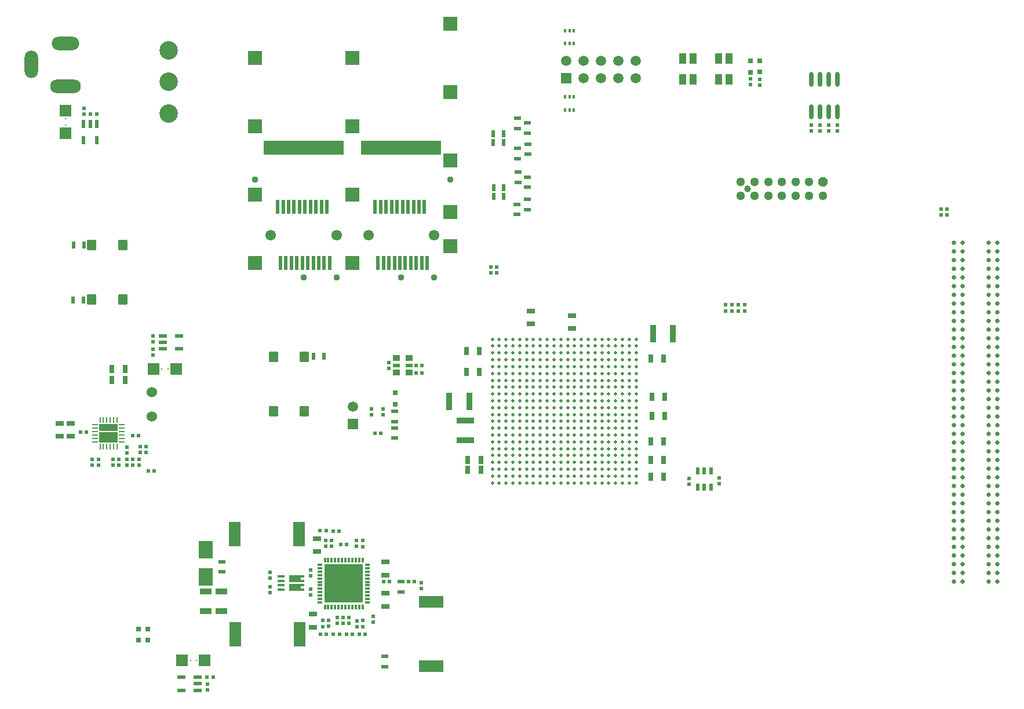
<source format=gbr>
G04 Layer_Color=255*
%FSLAX45Y45*%
%MOMM*%
%TF.FileFunction,Pads,Top*%
%TF.Part,Single*%
G01*
G75*
%TA.AperFunction,BGAPad,CuDef*%
%ADD12C,0.50000*%
%ADD13C,0.63500*%
%TA.AperFunction,SMDPad,CuDef*%
%ADD14R,1.00000X0.60000*%
%ADD15R,0.60000X1.00000*%
%ADD16R,0.42000X0.60000*%
%ADD17O,0.42000X0.60000*%
%ADD18R,0.60000X0.55000*%
%ADD19R,0.60000X1.10000*%
%ADD20R,0.55000X0.60000*%
%ADD21R,0.80000X0.80000*%
G04:AMPARAMS|DCode=22|XSize=1.55mm|YSize=1.3mm|CornerRadius=0.0975mm|HoleSize=0mm|Usage=FLASHONLY|Rotation=90.000|XOffset=0mm|YOffset=0mm|HoleType=Round|Shape=RoundedRectangle|*
%AMROUNDEDRECTD22*
21,1,1.55000,1.10500,0,0,90.0*
21,1,1.35500,1.30000,0,0,90.0*
1,1,0.19500,0.55250,0.67750*
1,1,0.19500,0.55250,-0.67750*
1,1,0.19500,-0.55250,-0.67750*
1,1,0.19500,-0.55250,0.67750*
%
%ADD22ROUNDEDRECTD22*%
%ADD23R,0.70000X1.30000*%
%ADD24R,0.50000X2.00000*%
%ADD25R,0.90000X2.60000*%
%ADD26R,1.10000X1.50000*%
%ADD27R,1.00000X0.90000*%
%ADD28R,1.00000X0.50000*%
%ADD29R,1.30000X0.70000*%
%ADD30R,1.70000X0.90000*%
%ADD31R,0.76000X0.40500*%
%ADD32R,0.99000X0.40500*%
%ADD33R,1.72500X0.99000*%
%ADD34O,0.60000X2.20000*%
%ADD35R,3.56000X1.78000*%
%ADD36R,2.00000X2.50000*%
%ADD37R,1.78000X3.56000*%
%ADD38R,2.60000X0.90000*%
%TA.AperFunction,SMDPad,SMDef*%
%ADD39R,5.60000X5.60000*%
%TA.AperFunction,SMDPad,CuDef*%
%ADD40R,0.30000X0.75480*%
%ADD41R,0.75480X0.30000*%
%ADD42R,1.30000X0.55000*%
%ADD43R,1.70000X1.80000*%
%ADD44R,0.25400X0.25400*%
%ADD45R,1.80000X1.70000*%
%ADD46R,0.25400X0.25400*%
%ADD47R,0.55000X1.30000*%
%ADD48R,0.80480X0.25000*%
%ADD49R,0.25000X0.80480*%
%ADD50R,2.70000X1.50000*%
%ADD51R,2.70000X1.05000*%
%TA.AperFunction,ConnectorPad*%
%ADD52R,11.80000X2.00000*%
%TA.AperFunction,ComponentPad*%
%ADD75C,1.00000*%
%ADD76C,1.30000*%
G04:AMPARAMS|DCode=77|XSize=1.3mm|YSize=1.3mm|CornerRadius=0mm|HoleSize=0mm|Usage=FLASHONLY|Rotation=180.000|XOffset=0mm|YOffset=0mm|HoleType=Round|Shape=Octagon|*
%AMOCTAGOND77*
4,1,8,-0.65000,0.32500,-0.65000,-0.32500,-0.32500,-0.65000,0.32500,-0.65000,0.65000,-0.32500,0.65000,0.32500,0.32500,0.65000,-0.32500,0.65000,-0.65000,0.32500,0.0*
%
%ADD77OCTAGOND77*%

%ADD78C,1.50000*%
%ADD79C,1.50000*%
%TA.AperFunction,SMDPad,CuDef*%
%ADD80O,2.00000X4.00000*%
%ADD81O,4.00000X2.00000*%
%ADD82O,4.50000X2.00000*%
%TA.AperFunction,ComponentPad*%
%ADD83R,1.50000X1.50000*%
%ADD84R,1.50000X1.50000*%
%ADD85C,2.70000*%
%ADD86C,1.52400*%
%ADD87C,1.55000*%
%ADD88C,0.95000*%
%ADD89R,2.00000X2.00000*%
D12*
X9594100Y9050060D02*
D03*
Y9150060D02*
D03*
Y7050060D02*
D03*
Y7150060D02*
D03*
X8894100Y7550060D02*
D03*
Y7650060D02*
D03*
Y7750060D02*
D03*
Y7850060D02*
D03*
Y7050060D02*
D03*
Y7150060D02*
D03*
Y8050060D02*
D03*
Y8150060D02*
D03*
Y9050060D02*
D03*
Y9150060D02*
D03*
X9394100Y7250060D02*
D03*
X8894100Y8250060D02*
D03*
Y8350060D02*
D03*
Y7250060D02*
D03*
Y7350060D02*
D03*
X9394100Y9050060D02*
D03*
Y9150060D02*
D03*
X8994100Y7450060D02*
D03*
Y7550060D02*
D03*
X8894100Y8550060D02*
D03*
Y8650060D02*
D03*
X8994100Y7050060D02*
D03*
X9194100Y9050060D02*
D03*
Y9150060D02*
D03*
X10994100Y7050060D02*
D03*
X10894100D02*
D03*
X10794100D02*
D03*
X10694100D02*
D03*
X10594100D02*
D03*
X10494100D02*
D03*
X10394100D02*
D03*
X10294100D02*
D03*
X10194100D02*
D03*
X10094100D02*
D03*
X9994100D02*
D03*
X9894100D02*
D03*
X9794100D02*
D03*
X9694100D02*
D03*
X9494100D02*
D03*
X9394100D02*
D03*
X9294100D02*
D03*
X9194100D02*
D03*
X9094100D02*
D03*
X10994100Y7150060D02*
D03*
X10894100D02*
D03*
X10794100D02*
D03*
X10694100D02*
D03*
X10594100D02*
D03*
X10494100D02*
D03*
X10394100D02*
D03*
X10294100D02*
D03*
X10194100D02*
D03*
X10094100D02*
D03*
X9994100D02*
D03*
X9894100D02*
D03*
X9794100D02*
D03*
X9694100D02*
D03*
X9494100D02*
D03*
X9394100D02*
D03*
X9294100D02*
D03*
X9194100D02*
D03*
X9094100D02*
D03*
X8994100D02*
D03*
X10994100Y7250060D02*
D03*
X10894100D02*
D03*
X10794100D02*
D03*
X10694100D02*
D03*
X10594100D02*
D03*
X10494100D02*
D03*
X10394100D02*
D03*
X10294100D02*
D03*
X10194100D02*
D03*
X10094100D02*
D03*
X9994100D02*
D03*
X9894100D02*
D03*
X9794100D02*
D03*
X9694100D02*
D03*
X9594100D02*
D03*
X9494100D02*
D03*
X9294100D02*
D03*
X9194100D02*
D03*
X9094100D02*
D03*
X8994100D02*
D03*
X10994100Y7350060D02*
D03*
X10894100D02*
D03*
X10794100D02*
D03*
X10694100D02*
D03*
X10594100D02*
D03*
X10494100D02*
D03*
X10394100D02*
D03*
X10294100D02*
D03*
X10194100D02*
D03*
X10094100D02*
D03*
X9994100D02*
D03*
X9894100D02*
D03*
X9794100D02*
D03*
X9694100D02*
D03*
X9594100D02*
D03*
X9494100D02*
D03*
X9394100D02*
D03*
X9294100D02*
D03*
X9194100D02*
D03*
X9094100D02*
D03*
X8994100D02*
D03*
X10994100Y7450060D02*
D03*
X10894100D02*
D03*
X10794100D02*
D03*
X10694100D02*
D03*
X10594100D02*
D03*
X10494100D02*
D03*
X10394100D02*
D03*
X10294100D02*
D03*
X10194100D02*
D03*
X10094100D02*
D03*
X9994100D02*
D03*
X9894100D02*
D03*
X9794100D02*
D03*
X9694100D02*
D03*
X9594100D02*
D03*
X9494100D02*
D03*
X9394100D02*
D03*
X9194100D02*
D03*
X9094100D02*
D03*
X8894100D02*
D03*
X10994100Y7550060D02*
D03*
X10894100D02*
D03*
X10794100D02*
D03*
X10694100D02*
D03*
X10594100D02*
D03*
X10494100D02*
D03*
X10394100D02*
D03*
X10294100D02*
D03*
X10194100D02*
D03*
X10094100D02*
D03*
X9994100D02*
D03*
X9894100D02*
D03*
X9794100D02*
D03*
X9694100D02*
D03*
X9594100D02*
D03*
X9494100D02*
D03*
X9294100D02*
D03*
X9194100D02*
D03*
X9094100D02*
D03*
X10994100Y7650060D02*
D03*
X10894100D02*
D03*
X10794100D02*
D03*
X10694100D02*
D03*
X10594100D02*
D03*
X10494100D02*
D03*
X10394100D02*
D03*
X10294100D02*
D03*
X10194100D02*
D03*
X10094100D02*
D03*
X9994100D02*
D03*
X9894100D02*
D03*
X9794100D02*
D03*
X9694100D02*
D03*
X9594100D02*
D03*
X9494100D02*
D03*
X9394100D02*
D03*
X9294100D02*
D03*
X9194100D02*
D03*
X9094100D02*
D03*
X8994100D02*
D03*
X10994100Y7750060D02*
D03*
X10894100D02*
D03*
X10794100D02*
D03*
X10694100D02*
D03*
X10594100D02*
D03*
X10494100D02*
D03*
X10394100D02*
D03*
X10294100D02*
D03*
X10194100D02*
D03*
X10094100D02*
D03*
X9994100D02*
D03*
X9894100D02*
D03*
X9794100D02*
D03*
X9694100D02*
D03*
X9594100D02*
D03*
X9494100D02*
D03*
X9394100D02*
D03*
X9294100D02*
D03*
X9194100D02*
D03*
X9094100D02*
D03*
X8994100D02*
D03*
X10994100Y7850060D02*
D03*
X10894100D02*
D03*
X10794100D02*
D03*
X10694100D02*
D03*
X10594100D02*
D03*
X10494100D02*
D03*
X10394100D02*
D03*
X10294100D02*
D03*
X10194100D02*
D03*
X10094100D02*
D03*
X9994100D02*
D03*
X9894100D02*
D03*
X9794100D02*
D03*
X9694100D02*
D03*
X9594100D02*
D03*
X9494100D02*
D03*
X9394100D02*
D03*
X9294100D02*
D03*
X9194100D02*
D03*
X9094100D02*
D03*
X8994100D02*
D03*
X10994100Y7950060D02*
D03*
X10894100D02*
D03*
X10794100D02*
D03*
X10694100D02*
D03*
X10594100D02*
D03*
X10494100D02*
D03*
X10394100D02*
D03*
X10294100D02*
D03*
X10194100D02*
D03*
X10094100D02*
D03*
X9994100D02*
D03*
X9894100D02*
D03*
X9794100D02*
D03*
X9694100D02*
D03*
X9594100D02*
D03*
X9494100D02*
D03*
X9394100D02*
D03*
X9294100D02*
D03*
X9194100D02*
D03*
X9094100D02*
D03*
X8994100D02*
D03*
X8894100D02*
D03*
X10994100Y8050060D02*
D03*
X10894100D02*
D03*
X10794100D02*
D03*
X10694100D02*
D03*
X10594100D02*
D03*
X10494100D02*
D03*
X10394100D02*
D03*
X10294100D02*
D03*
X10194100D02*
D03*
X10094100D02*
D03*
X9994100D02*
D03*
X9894100D02*
D03*
X9794100D02*
D03*
X9694100D02*
D03*
X9594100D02*
D03*
X9494100D02*
D03*
X9394100D02*
D03*
X9294100D02*
D03*
X9194100D02*
D03*
X9094100D02*
D03*
X8994100D02*
D03*
X10994100Y8150060D02*
D03*
X10894100D02*
D03*
X10794100D02*
D03*
X10694100D02*
D03*
X10594100D02*
D03*
X10494100D02*
D03*
X10394100D02*
D03*
X10294100D02*
D03*
X10194100D02*
D03*
X10094100D02*
D03*
X9994100D02*
D03*
X9894100D02*
D03*
X9794100D02*
D03*
X9694100D02*
D03*
X9594100D02*
D03*
X9494100D02*
D03*
X9394100D02*
D03*
X9294100D02*
D03*
X9194100D02*
D03*
X9094100D02*
D03*
X8994100D02*
D03*
X10994100Y8250060D02*
D03*
X10894100D02*
D03*
X10794100D02*
D03*
X10694100D02*
D03*
X10594100D02*
D03*
X10494100D02*
D03*
X10394100D02*
D03*
X10294100D02*
D03*
X10194100D02*
D03*
X10094100D02*
D03*
X9994100D02*
D03*
X9894100D02*
D03*
X9794100D02*
D03*
X9694100D02*
D03*
X9594100D02*
D03*
X9494100D02*
D03*
X9394100D02*
D03*
X9294100D02*
D03*
X9194100D02*
D03*
X9094100D02*
D03*
X8994100D02*
D03*
X10994100Y8350060D02*
D03*
X10894100D02*
D03*
X10794100D02*
D03*
X10694100D02*
D03*
X10594100D02*
D03*
X10494100D02*
D03*
X10394100D02*
D03*
X10294100D02*
D03*
X10194100D02*
D03*
X10094100D02*
D03*
X9994100D02*
D03*
X9894100D02*
D03*
X9794100D02*
D03*
X9694100D02*
D03*
X9594100D02*
D03*
X9494100D02*
D03*
X9394100D02*
D03*
X9294100D02*
D03*
X9194100D02*
D03*
X9094100D02*
D03*
X8994100D02*
D03*
X10994100Y8450060D02*
D03*
X10894100D02*
D03*
X10794100D02*
D03*
X10694100D02*
D03*
X10594100D02*
D03*
X10494100D02*
D03*
X10394100D02*
D03*
X10294100D02*
D03*
X10194100D02*
D03*
X10094100D02*
D03*
X9994100D02*
D03*
X9894100D02*
D03*
X9794100D02*
D03*
X9694100D02*
D03*
X9594100D02*
D03*
X9494100D02*
D03*
X9394100D02*
D03*
X9294100D02*
D03*
X9194100D02*
D03*
X9094100D02*
D03*
X8994100D02*
D03*
X8894100D02*
D03*
X10994100Y8550060D02*
D03*
X10894100D02*
D03*
X10794100D02*
D03*
X10694100D02*
D03*
X10594100D02*
D03*
X10494100D02*
D03*
X10394100D02*
D03*
X10294100D02*
D03*
X10194100D02*
D03*
X10094100D02*
D03*
X9994100D02*
D03*
X9894100D02*
D03*
X9794100D02*
D03*
X9694100D02*
D03*
X9594100D02*
D03*
X9494100D02*
D03*
X9394100D02*
D03*
X9294100D02*
D03*
X9194100D02*
D03*
X9094100D02*
D03*
X8994100D02*
D03*
X10994100Y8650060D02*
D03*
X10894100D02*
D03*
X10794100D02*
D03*
X10694100D02*
D03*
X10594100D02*
D03*
X10494100D02*
D03*
X10394100D02*
D03*
X10294100D02*
D03*
X10194100D02*
D03*
X10094100D02*
D03*
X9994100D02*
D03*
X9894100D02*
D03*
X9794100D02*
D03*
X9694100D02*
D03*
X9594100D02*
D03*
X9494100D02*
D03*
X9394100D02*
D03*
X9294100D02*
D03*
X9194100D02*
D03*
X9094100D02*
D03*
X8994100D02*
D03*
X10994100Y8750060D02*
D03*
X10894100D02*
D03*
X10794100D02*
D03*
X10694100D02*
D03*
X10594100D02*
D03*
X10494100D02*
D03*
X10394100D02*
D03*
X10294100D02*
D03*
X10194100D02*
D03*
X10094100D02*
D03*
X9994100D02*
D03*
X9894100D02*
D03*
X9794100D02*
D03*
X9694100D02*
D03*
X9594100D02*
D03*
X9494100D02*
D03*
X9394100D02*
D03*
X9294100D02*
D03*
X9194100D02*
D03*
X9094100D02*
D03*
X8994100D02*
D03*
X10994100Y8850060D02*
D03*
X10894100D02*
D03*
X10794100D02*
D03*
X10694100D02*
D03*
X10594100D02*
D03*
X10494100D02*
D03*
X10394100D02*
D03*
X10294100D02*
D03*
X10194100D02*
D03*
X10094100D02*
D03*
X9994100D02*
D03*
X9894100D02*
D03*
X9794100D02*
D03*
X9694100D02*
D03*
X9594100D02*
D03*
X9494100D02*
D03*
X9394100D02*
D03*
X9294100D02*
D03*
X9194100D02*
D03*
X9094100D02*
D03*
X8994100D02*
D03*
X10994100Y8950060D02*
D03*
X10894100D02*
D03*
X10794100D02*
D03*
X10694100D02*
D03*
X10594100D02*
D03*
X10494100D02*
D03*
X10394100D02*
D03*
X10294100D02*
D03*
X10194100D02*
D03*
X10094100D02*
D03*
X9994100D02*
D03*
X9894100D02*
D03*
X9794100D02*
D03*
X9694100D02*
D03*
X9594100D02*
D03*
X9494100D02*
D03*
X9394100D02*
D03*
X9294100D02*
D03*
X9194100D02*
D03*
X9094100D02*
D03*
X8994100D02*
D03*
X8894100D02*
D03*
X10994100Y9050060D02*
D03*
X10894100D02*
D03*
X10794100D02*
D03*
X10694100D02*
D03*
X10594100D02*
D03*
X10494100D02*
D03*
X10394100D02*
D03*
X10294100D02*
D03*
X10194100D02*
D03*
X10094100D02*
D03*
X9994100D02*
D03*
X9894100D02*
D03*
X9794100D02*
D03*
X9694100D02*
D03*
X9494100D02*
D03*
X9294100D02*
D03*
X9094100D02*
D03*
X8994100D02*
D03*
X10994100Y9150060D02*
D03*
X10894100D02*
D03*
X10794100D02*
D03*
X10694100D02*
D03*
X10594100D02*
D03*
X10494100D02*
D03*
X10394100D02*
D03*
X10294100D02*
D03*
X10194100D02*
D03*
X10094100D02*
D03*
X9994100D02*
D03*
X9894100D02*
D03*
X9794100D02*
D03*
X9694100D02*
D03*
X9494100D02*
D03*
X9294100D02*
D03*
X9094100D02*
D03*
X8994100D02*
D03*
X9394100Y7550060D02*
D03*
X9294100Y7450060D02*
D03*
X8894100Y8850060D02*
D03*
Y8750060D02*
D03*
D13*
X15636240Y8531860D02*
D03*
Y8658860D02*
D03*
Y8150860D02*
D03*
Y8277860D02*
D03*
Y9293860D02*
D03*
Y9420860D02*
D03*
Y6626860D02*
D03*
Y6753860D02*
D03*
Y7769860D02*
D03*
Y7896860D02*
D03*
X16271240Y7261860D02*
D03*
Y7388860D02*
D03*
Y7769860D02*
D03*
Y7896860D02*
D03*
X16144240Y8150860D02*
D03*
X15636240Y5864860D02*
D03*
Y5991860D02*
D03*
Y6245860D02*
D03*
Y6372860D02*
D03*
Y10055860D02*
D03*
Y10182860D02*
D03*
X16271240Y10563860D02*
D03*
X16144240D02*
D03*
X15763240D02*
D03*
X15636240D02*
D03*
Y10436860D02*
D03*
X16271240D02*
D03*
X16144240D02*
D03*
X15636240Y10309860D02*
D03*
X16271240D02*
D03*
X16144240D02*
D03*
X15763240Y10182860D02*
D03*
X16271240D02*
D03*
X15763240Y10055860D02*
D03*
X16271240D02*
D03*
X15636240Y9928860D02*
D03*
X16144240D02*
D03*
Y9801860D02*
D03*
X15763240Y9674860D02*
D03*
X16271240D02*
D03*
X16144240D02*
D03*
X15763240Y9547860D02*
D03*
X15636240D02*
D03*
X16271240D02*
D03*
X16144240D02*
D03*
X15763240Y9420860D02*
D03*
X16144240D02*
D03*
X15763240Y9293860D02*
D03*
X16144240D02*
D03*
X15636240Y9166860D02*
D03*
X16271240D02*
D03*
X16144240D02*
D03*
X16271240Y9039860D02*
D03*
X16144240D02*
D03*
X15763240Y8912860D02*
D03*
Y8785860D02*
D03*
X15636240D02*
D03*
X15763240Y8658860D02*
D03*
X16271240D02*
D03*
X16144240D02*
D03*
X15763240Y8531860D02*
D03*
X16271240D02*
D03*
X16144240D02*
D03*
X15763240Y8404860D02*
D03*
X15636240D02*
D03*
X16271240D02*
D03*
X16144240D02*
D03*
X15763240Y8277860D02*
D03*
X16271240D02*
D03*
X16144240D02*
D03*
X15763240Y8150860D02*
D03*
X16271240D02*
D03*
X15763240Y8023860D02*
D03*
X15636240D02*
D03*
X16271240D02*
D03*
X16144240D02*
D03*
X15763240Y7896860D02*
D03*
X16144240D02*
D03*
X15763240Y7769860D02*
D03*
X16144240D02*
D03*
X15763240Y7642860D02*
D03*
X15636240D02*
D03*
X16271240D02*
D03*
X16144240D02*
D03*
X15763240Y7515860D02*
D03*
X16271240D02*
D03*
X16144240D02*
D03*
X15763240Y7388860D02*
D03*
Y7261860D02*
D03*
X15636240D02*
D03*
X15763240Y7134860D02*
D03*
X16271240D02*
D03*
X16144240D02*
D03*
X15763240Y7007860D02*
D03*
X16271240D02*
D03*
X16144240D02*
D03*
X15763240Y6880860D02*
D03*
X15636240D02*
D03*
X16271240D02*
D03*
X16144240D02*
D03*
X15763240Y6753860D02*
D03*
X16271240D02*
D03*
X16144240D02*
D03*
X15763240Y6626860D02*
D03*
X16271240D02*
D03*
X16144240D02*
D03*
X15763240Y6499860D02*
D03*
X15636240D02*
D03*
X16271240D02*
D03*
X16144240D02*
D03*
X15763240Y6372860D02*
D03*
X16271240D02*
D03*
X16144240D02*
D03*
X15763240Y6245860D02*
D03*
X16271240D02*
D03*
X16144240D02*
D03*
X15636240Y6118860D02*
D03*
X16271240D02*
D03*
X16144240D02*
D03*
X16271240Y5991860D02*
D03*
X16144240D02*
D03*
X15763240Y5864860D02*
D03*
X16271240D02*
D03*
X16144240D02*
D03*
X15763240Y5737860D02*
D03*
X15636240D02*
D03*
X16271240D02*
D03*
X16144240D02*
D03*
X15763240Y5610860D02*
D03*
X15636240D02*
D03*
X16271240D02*
D03*
X16144240D02*
D03*
X15636240Y9801860D02*
D03*
Y9674860D02*
D03*
Y9039860D02*
D03*
Y8912860D02*
D03*
Y7515860D02*
D03*
Y7388860D02*
D03*
Y7134860D02*
D03*
Y7007860D02*
D03*
X16144240Y8912860D02*
D03*
Y8785860D02*
D03*
Y7388860D02*
D03*
Y7261860D02*
D03*
X15763240Y10436860D02*
D03*
Y10309860D02*
D03*
X16271240Y9928860D02*
D03*
Y9801860D02*
D03*
X15763240Y9928860D02*
D03*
Y9801860D02*
D03*
X16271240Y8912860D02*
D03*
Y8785860D02*
D03*
Y9293860D02*
D03*
Y9420860D02*
D03*
X15763240Y9166860D02*
D03*
Y9039860D02*
D03*
Y6118860D02*
D03*
Y5991860D02*
D03*
X16144240Y10182860D02*
D03*
Y10055860D02*
D03*
D14*
X9415780Y12002840D02*
D03*
Y11852840D02*
D03*
X9263380Y11941880D02*
D03*
Y11791880D02*
D03*
X9405620Y11370240D02*
D03*
Y11520240D02*
D03*
X9408160Y11195120D02*
D03*
Y11045120D02*
D03*
X9258300Y12228760D02*
D03*
Y12378760D02*
D03*
X9405620Y12162720D02*
D03*
Y12312720D02*
D03*
X7470140Y7946320D02*
D03*
Y8096320D02*
D03*
Y7705020D02*
D03*
Y7855020D02*
D03*
X7322020Y4512380D02*
D03*
Y4362380D02*
D03*
X7555700Y5607120D02*
D03*
Y5457120D02*
D03*
X4942040Y5749220D02*
D03*
Y5899220D02*
D03*
X9253220Y11124000D02*
D03*
Y10974000D02*
D03*
X9265920Y11441360D02*
D03*
Y11591360D02*
D03*
D15*
X9061520Y11363960D02*
D03*
X8911520Y11363960D02*
D03*
X9058980Y12148820D02*
D03*
X8908980D02*
D03*
X2917260Y9725660D02*
D03*
X2767260D02*
D03*
X2774880Y10525760D02*
D03*
X2924880D02*
D03*
X6280080Y8900160D02*
D03*
X6430080D02*
D03*
X9058980Y12029440D02*
D03*
X8908980D02*
D03*
X9061520Y11236960D02*
D03*
X8911520D02*
D03*
D16*
X9957260Y13470120D02*
D03*
X10019260D02*
D03*
X10081260D02*
D03*
X9957260Y13660120D02*
D03*
X10019260D02*
D03*
X10081259Y12691880D02*
D03*
X10019259D02*
D03*
X9957259D02*
D03*
X10081259Y12501880D02*
D03*
X10019259D02*
D03*
D17*
X10081260Y13660120D02*
D03*
X9957259Y12501880D02*
D03*
D18*
X15536501Y10965180D02*
D03*
X15451500D02*
D03*
X15536501Y11051540D02*
D03*
X15451500D02*
D03*
X4726840Y4211320D02*
D03*
X4814540D02*
D03*
X3110980Y12438120D02*
D03*
X3023280D02*
D03*
X3868940Y7223760D02*
D03*
X3956640D02*
D03*
X7780700Y8768080D02*
D03*
X7865700D02*
D03*
X7780700Y8658860D02*
D03*
X7865700D02*
D03*
X7392319Y5606500D02*
D03*
X7307319D02*
D03*
X2877500Y7790000D02*
D03*
X2962500D02*
D03*
X3832180Y7584180D02*
D03*
X3747180D02*
D03*
X3727240Y7741660D02*
D03*
X3642240D02*
D03*
X6660159Y4839420D02*
D03*
X6572459D02*
D03*
X6469659D02*
D03*
X6381959D02*
D03*
X6375920Y6350000D02*
D03*
X6463620D02*
D03*
X6566420Y6347460D02*
D03*
X6654120D02*
D03*
X7036079Y4839420D02*
D03*
X6948379D02*
D03*
X6850659D02*
D03*
X6762959D02*
D03*
X7758380Y5608320D02*
D03*
X7670680D02*
D03*
X6767780Y6149340D02*
D03*
X6680080D02*
D03*
X3834880Y7495280D02*
D03*
X3747180D02*
D03*
X7176020Y7772400D02*
D03*
X7263720D02*
D03*
D19*
X12086699Y7226920D02*
D03*
X11991699D02*
D03*
X11896699D02*
D03*
Y6986920D02*
D03*
X11991699D02*
D03*
X12086699D02*
D03*
D20*
X11770000Y7027500D02*
D03*
Y7115200D02*
D03*
X4728860Y4023880D02*
D03*
Y4111580D02*
D03*
X2926080Y12441180D02*
D03*
Y12528880D02*
D03*
X8958580Y10205200D02*
D03*
Y10117500D02*
D03*
X8872220Y10205200D02*
D03*
Y10117500D02*
D03*
X12393507Y9651480D02*
D03*
Y9563780D02*
D03*
X12578080Y9651480D02*
D03*
Y9563780D02*
D03*
X12485793Y9651480D02*
D03*
Y9563780D02*
D03*
X12301220Y9651480D02*
D03*
Y9563780D02*
D03*
X13555980Y12192520D02*
D03*
Y12280220D02*
D03*
X13682980Y12192520D02*
D03*
Y12280220D02*
D03*
X13936980Y12192520D02*
D03*
Y12280220D02*
D03*
X13809979Y12192520D02*
D03*
Y12280220D02*
D03*
X12664440Y12959720D02*
D03*
Y12872020D02*
D03*
X12796520Y12951579D02*
D03*
Y12863879D02*
D03*
X7381240Y8725580D02*
D03*
Y8810580D02*
D03*
X6501600Y4953680D02*
D03*
Y5038680D02*
D03*
X6239980Y5500960D02*
D03*
Y5415960D02*
D03*
X6546379Y6207800D02*
D03*
Y6122800D02*
D03*
X6242520Y5777820D02*
D03*
Y5692820D02*
D03*
X6915620Y4951140D02*
D03*
Y5036140D02*
D03*
X7150000Y5017500D02*
D03*
Y5102500D02*
D03*
X6904519Y6207801D02*
D03*
Y6122801D02*
D03*
X6709880Y4994320D02*
D03*
Y5079320D02*
D03*
X6793700Y4994320D02*
D03*
Y5079320D02*
D03*
X3439160Y7395540D02*
D03*
Y7310540D02*
D03*
X3553460Y7575880D02*
D03*
Y7490880D02*
D03*
X3642360Y7395540D02*
D03*
Y7310540D02*
D03*
X6417780Y4950980D02*
D03*
Y5038680D02*
D03*
X5647219Y5532320D02*
D03*
Y5444620D02*
D03*
Y5745680D02*
D03*
Y5657980D02*
D03*
X6457479Y6210500D02*
D03*
Y6122800D02*
D03*
X6999440Y4950980D02*
D03*
Y5038680D02*
D03*
X7001980Y6207240D02*
D03*
Y6119540D02*
D03*
X7855420Y5507240D02*
D03*
Y5594940D02*
D03*
X6626060Y5082020D02*
D03*
Y4994320D02*
D03*
X3553460Y7398240D02*
D03*
Y7310540D02*
D03*
X3050540Y7398240D02*
D03*
Y7310540D02*
D03*
X3141980Y7398240D02*
D03*
Y7310540D02*
D03*
X3733800Y7398240D02*
D03*
Y7310540D02*
D03*
X3934460Y9006060D02*
D03*
Y8918360D02*
D03*
Y9199100D02*
D03*
Y9111400D02*
D03*
X3347720Y7398240D02*
D03*
Y7310540D02*
D03*
X7299960Y8132560D02*
D03*
Y8044860D02*
D03*
X7127240Y8132560D02*
D03*
Y8044860D02*
D03*
X12210000Y7037500D02*
D03*
Y7125200D02*
D03*
D21*
X7475220Y8200440D02*
D03*
Y8365440D02*
D03*
X3858260Y4914900D02*
D03*
Y4749900D02*
D03*
X3726180Y4914900D02*
D03*
Y4749900D02*
D03*
X12664440Y13218159D02*
D03*
Y13053160D02*
D03*
X12799060Y13220700D02*
D03*
Y13055701D02*
D03*
D22*
X3041440Y9732020D02*
D03*
Y10527020D02*
D03*
X3491440Y9732020D02*
D03*
Y10527020D02*
D03*
X6143200Y8891260D02*
D03*
Y8096260D02*
D03*
X5693200Y8891260D02*
D03*
Y8096260D02*
D03*
D23*
X8535000Y7240000D02*
D03*
X8725000D02*
D03*
X8725000Y7390000D02*
D03*
X8535000D02*
D03*
X11225000Y8030000D02*
D03*
X11415000D02*
D03*
X11415000Y8310000D02*
D03*
X11225000D02*
D03*
X11205000Y8870000D02*
D03*
X11395000D02*
D03*
X11395000Y7390000D02*
D03*
X11205000D02*
D03*
X11395000Y7660000D02*
D03*
X11205000D02*
D03*
X11395000Y7140000D02*
D03*
X11205000D02*
D03*
X8705000Y8671560D02*
D03*
X8515000D02*
D03*
X8515000Y8980000D02*
D03*
X8705000D02*
D03*
X3336540Y8554460D02*
D03*
X3526540D02*
D03*
X3336540Y8717020D02*
D03*
X3526540D02*
D03*
D24*
X7782320Y10263840D02*
D03*
X7862320D02*
D03*
X5877320Y10263840D02*
D03*
X7302320Y10263840D02*
D03*
X7382320D02*
D03*
X6477320Y11083840D02*
D03*
X6397320D02*
D03*
X6317320D02*
D03*
X6237320D02*
D03*
X6157320D02*
D03*
X6077320D02*
D03*
X5997320D02*
D03*
X5917320D02*
D03*
X5837320D02*
D03*
X5757320D02*
D03*
X5797320Y10263840D02*
D03*
X5957320D02*
D03*
X6037320D02*
D03*
X6117320D02*
D03*
X6197320D02*
D03*
X6277320D02*
D03*
X6357320D02*
D03*
X6437320D02*
D03*
X6517320D02*
D03*
X7902320Y11083840D02*
D03*
X7822320D02*
D03*
X7742320D02*
D03*
X7662320D02*
D03*
X7582320D02*
D03*
X7502320D02*
D03*
X7422320D02*
D03*
X7342320D02*
D03*
X7262320D02*
D03*
X7182320D02*
D03*
X7222320Y10263840D02*
D03*
X7462320D02*
D03*
X7542320D02*
D03*
X7622320D02*
D03*
X7702320D02*
D03*
X7942320D02*
D03*
D25*
X11241820Y9227820D02*
D03*
X11531819D02*
D03*
X8555000Y8240000D02*
D03*
X8265000D02*
D03*
D26*
X12353360Y12951320D02*
D03*
Y13251320D02*
D03*
X12203360D02*
D03*
Y12951320D02*
D03*
X11827580D02*
D03*
Y13251320D02*
D03*
X11677580D02*
D03*
Y12951320D02*
D03*
D27*
X7679440Y8875580D02*
D03*
X7489440D02*
D03*
X7679440Y8660580D02*
D03*
X7489440D02*
D03*
D28*
X7679440Y8768080D02*
D03*
X7489440D02*
D03*
D29*
X6273000Y5131820D02*
D03*
Y4941820D02*
D03*
X7329640Y5436620D02*
D03*
Y5246620D02*
D03*
X6333019Y6047440D02*
D03*
Y6237440D02*
D03*
X7326959Y5702000D02*
D03*
Y5892000D02*
D03*
X9460000Y9375000D02*
D03*
Y9565000D02*
D03*
X10060000Y9495000D02*
D03*
Y9305000D02*
D03*
X2575560Y7733020D02*
D03*
Y7923020D02*
D03*
X2733040Y7733020D02*
D03*
Y7923020D02*
D03*
D30*
X4933479Y5464480D02*
D03*
Y5174480D02*
D03*
X4702339Y5464480D02*
D03*
Y5174480D02*
D03*
D31*
X6109559Y5617680D02*
D03*
Y5554680D02*
D03*
Y5491680D02*
D03*
Y5680680D02*
D03*
D32*
X5811059Y5487180D02*
D03*
Y5553180D02*
D03*
Y5619180D02*
D03*
Y5685180D02*
D03*
D33*
X6010309Y5646930D02*
D03*
X6010259Y5525380D02*
D03*
D34*
X13936980Y12952699D02*
D03*
X13809979D02*
D03*
X13682980D02*
D03*
X13555980D02*
D03*
X13936980Y12472700D02*
D03*
X13809979D02*
D03*
X13682980D02*
D03*
X13555980D02*
D03*
D35*
X8001699Y4369420D02*
D03*
Y5309420D02*
D03*
D36*
X4708360Y5672480D02*
D03*
Y6072480D02*
D03*
D37*
X5128959Y6305000D02*
D03*
X6068959D02*
D03*
X5136579Y4839420D02*
D03*
X6076579D02*
D03*
D38*
X8500000Y7675000D02*
D03*
Y7965000D02*
D03*
D39*
X6721639Y5578560D02*
D03*
D40*
X6996639Y5235300D02*
D03*
X6946639D02*
D03*
X6896639D02*
D03*
X6846639D02*
D03*
X6796639D02*
D03*
X6746639D02*
D03*
X6696639D02*
D03*
X6646639D02*
D03*
X6596639D02*
D03*
X6546639D02*
D03*
X6496639D02*
D03*
X6446639D02*
D03*
Y5921820D02*
D03*
X6496639D02*
D03*
X6546639D02*
D03*
X6596639D02*
D03*
X6646639D02*
D03*
X6696639D02*
D03*
X6746639D02*
D03*
X6796639D02*
D03*
X6846639D02*
D03*
X6896639D02*
D03*
X6946639D02*
D03*
X6996639D02*
D03*
D41*
X6378379Y5303560D02*
D03*
Y5353560D02*
D03*
Y5403560D02*
D03*
Y5453560D02*
D03*
Y5503560D02*
D03*
Y5553560D02*
D03*
Y5603560D02*
D03*
Y5653560D02*
D03*
Y5703560D02*
D03*
Y5753560D02*
D03*
Y5803560D02*
D03*
Y5853560D02*
D03*
X7064899D02*
D03*
Y5803560D02*
D03*
Y5753560D02*
D03*
Y5703560D02*
D03*
Y5653560D02*
D03*
Y5603560D02*
D03*
Y5553560D02*
D03*
Y5503560D02*
D03*
Y5453560D02*
D03*
Y5403560D02*
D03*
Y5353560D02*
D03*
Y5303560D02*
D03*
D42*
X4078620Y9010640D02*
D03*
Y9200640D02*
D03*
Y9105640D02*
D03*
X4318620Y9010640D02*
D03*
Y9200640D02*
D03*
X4589780Y4209800D02*
D03*
Y4019800D02*
D03*
Y4114800D02*
D03*
X4349780Y4209800D02*
D03*
Y4019800D02*
D03*
D43*
X4272180Y8717020D02*
D03*
X3942180D02*
D03*
X4363200Y4452620D02*
D03*
X4693200D02*
D03*
D44*
X4061460Y8717020D02*
D03*
X4152900D02*
D03*
X4573920Y4452620D02*
D03*
X4482480D02*
D03*
D45*
X2654300Y12161360D02*
D03*
Y12491360D02*
D03*
D46*
Y12372080D02*
D03*
Y12280640D02*
D03*
D47*
X2922520Y12296500D02*
D03*
X3112520D02*
D03*
X3017520D02*
D03*
X2922520Y12056500D02*
D03*
X3112520D02*
D03*
D48*
X3481994Y7652220D02*
D03*
Y7702220D02*
D03*
Y7752220D02*
D03*
Y7802220D02*
D03*
Y7852220D02*
D03*
Y7902220D02*
D03*
X3091526D02*
D03*
Y7852220D02*
D03*
Y7802220D02*
D03*
Y7752220D02*
D03*
Y7702220D02*
D03*
Y7652220D02*
D03*
D49*
X3411760Y7972453D02*
D03*
X3361760D02*
D03*
X3311760D02*
D03*
X3261760D02*
D03*
X3211760D02*
D03*
X3161760D02*
D03*
Y7581986D02*
D03*
X3211760D02*
D03*
X3261760D02*
D03*
X3311760D02*
D03*
X3361760D02*
D03*
X3411760D02*
D03*
D50*
X3286760Y7716260D02*
D03*
D51*
Y7861040D02*
D03*
D52*
X7562820Y11953840D02*
D03*
X6137820D02*
D03*
D75*
X12624180Y11348720D02*
D03*
D76*
X12524180Y11248720D02*
D03*
X12724180D02*
D03*
X12924181D02*
D03*
X13124181D02*
D03*
X13324181D02*
D03*
X13524181D02*
D03*
X13724181D02*
D03*
X12524180Y11448720D02*
D03*
X12724180D02*
D03*
X12924181D02*
D03*
X13124181D02*
D03*
X13324181D02*
D03*
X13524181D02*
D03*
D77*
X13724181D02*
D03*
D78*
X2531840Y12851199D02*
D03*
X2781840D02*
D03*
D79*
X2156840Y13271201D02*
D03*
Y13071201D02*
D03*
X2756840Y13471201D02*
D03*
X2556840D02*
D03*
X9969500Y13218159D02*
D03*
X10223500Y12964160D02*
D03*
Y13218159D02*
D03*
X10477500Y12964160D02*
D03*
Y13218159D02*
D03*
X10731500Y12964160D02*
D03*
Y13218159D02*
D03*
X10985500Y12964160D02*
D03*
Y13218159D02*
D03*
X6852920Y8166100D02*
D03*
D80*
X2156840Y13171201D02*
D03*
D81*
X2656840Y13471201D02*
D03*
D82*
Y12851199D02*
D03*
D83*
X9969500Y12964160D02*
D03*
D84*
X6852920Y7912100D02*
D03*
D85*
X4165600Y12913361D02*
D03*
Y13373360D02*
D03*
Y12453360D02*
D03*
D86*
X3916680Y8373860D02*
D03*
Y8023860D02*
D03*
D87*
X5657320Y10673839D02*
D03*
X6617320D02*
D03*
X7082320Y10673840D02*
D03*
X8042320D02*
D03*
D88*
Y10053840D02*
D03*
X7562320D02*
D03*
X6137320D02*
D03*
X6617320D02*
D03*
X8275320Y11483840D02*
D03*
X5425320D02*
D03*
D89*
X8275320Y13763840D02*
D03*
Y12763840D02*
D03*
Y11763840D02*
D03*
Y11013840D02*
D03*
Y10513840D02*
D03*
X5425320Y13263840D02*
D03*
Y12263840D02*
D03*
Y11263840D02*
D03*
Y10263840D02*
D03*
X6850320D02*
D03*
Y11263840D02*
D03*
Y12263840D02*
D03*
Y13263840D02*
D03*
%TF.MD5,d357c1a637d77c5ce05f4f156a5cd30d*%
M02*

</source>
